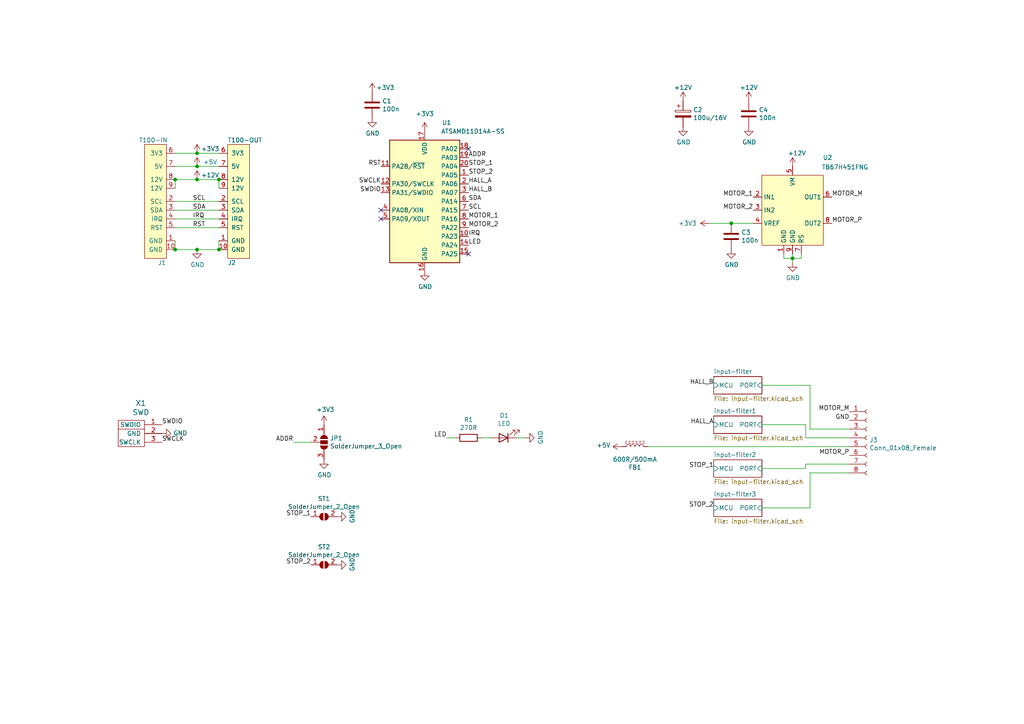
<source format=kicad_sch>
(kicad_sch (version 20211123) (generator eeschema)
  (paper "A4")
  (lib_symbols
    (symbol "Connector:Conn_01x08_Female" (pin_names (offset 1.016) hide)
      (property "Reference" "J" (at 0 10.16 0))
      (property "Value" "Conn_01x08_Female" (at 0 -12.7 0))
      (symbol "Conn_01x08_Female_1_1"
        (arc (start 0 -9.652) (mid -0.508 -10.16) (end 0 -10.668) (stroke (width 0.1524)))
        (arc (start 0 -7.112) (mid -0.508 -7.62) (end 0 -8.128) (stroke (width 0.1524)))
        (arc (start 0 -4.572) (mid -0.508 -5.08) (end 0 -5.588) (stroke (width 0.1524)))
        (arc (start 0 -2.032) (mid -0.508 -2.54) (end 0 -3.048) (stroke (width 0.1524)))
        (polyline (pts (xy -1.27 -10.16) (xy -0.508 -10.16)) (stroke (width 0.1524)))
        (polyline (pts (xy -1.27 -7.62) (xy -0.508 -7.62)) (stroke (width 0.1524)))
        (polyline (pts (xy -1.27 -5.08) (xy -0.508 -5.08)) (stroke (width 0.1524)))
        (polyline (pts (xy -1.27 -2.54) (xy -0.508 -2.54)) (stroke (width 0.1524)))
        (polyline (pts (xy -1.27 0) (xy -0.508 0)) (stroke (width 0.1524)))
        (polyline (pts (xy -1.27 2.54) (xy -0.508 2.54)) (stroke (width 0.1524)))
        (polyline (pts (xy -1.27 5.08) (xy -0.508 5.08)) (stroke (width 0.1524)))
        (polyline (pts (xy -1.27 7.62) (xy -0.508 7.62)) (stroke (width 0.1524)))
        (arc (start 0 0.508) (mid -0.508 0) (end 0 -0.508) (stroke (width 0.1524)))
        (arc (start 0 3.048) (mid -0.508 2.54) (end 0 2.032) (stroke (width 0.1524)))
        (arc (start 0 5.588) (mid -0.508 5.08) (end 0 4.572) (stroke (width 0.1524)))
        (arc (start 0 8.128) (mid -0.508 7.62) (end 0 7.112) (stroke (width 0.1524)))
        (pin passive line (at -5.08 7.62 0) (length 3.81) (name "Pin_1") (number "1"))
        (pin passive line (at -5.08 5.08 0) (length 3.81) (name "Pin_2") (number "2"))
        (pin passive line (at -5.08 2.54 0) (length 3.81) (name "Pin_3") (number "3"))
        (pin passive line (at -5.08 0 0) (length 3.81) (name "Pin_4") (number "4"))
        (pin passive line (at -5.08 -2.54 0) (length 3.81) (name "Pin_5") (number "5"))
        (pin passive line (at -5.08 -5.08 0) (length 3.81) (name "Pin_6") (number "6"))
        (pin passive line (at -5.08 -7.62 0) (length 3.81) (name "Pin_7") (number "7"))
        (pin passive line (at -5.08 -10.16 0) (length 3.81) (name "Pin_8") (number "8"))
      )
    )
    (symbol "Device:C" (pin_numbers hide) (pin_names (offset 0.254))
      (property "Reference" "C" (at 0.635 2.54 0))
      (property "Value" "C" (at 0.635 -2.54 0))
      (symbol "C_0_1"
        (polyline (pts (xy -2.032 -0.762) (xy 2.032 -0.762)) (stroke (width 0.508)))
        (polyline (pts (xy -2.032 0.762) (xy 2.032 0.762)) (stroke (width 0.508)))
      )
      (symbol "C_1_1"
        (pin passive line (at 0 3.81 270) (length 2.794) (name "~") (number "1"))
        (pin passive line (at 0 -3.81 90) (length 2.794) (name "~") (number "2"))
      )
    )
    (symbol "Device:C_Polarized" (pin_numbers hide) (pin_names (offset 0.254))
      (property "Reference" "C" (at 0.635 2.54 0))
      (property "Value" "C_Polarized" (at 0.635 -2.54 0))
      (symbol "C_Polarized_0_1"
        (rectangle (start -2.286 0.508) (end 2.286 1.016))
        (polyline (pts (xy -1.778 2.286) (xy -0.762 2.286)))
        (polyline (pts (xy -1.27 2.794) (xy -1.27 1.778)))
        (rectangle (start 2.286 -0.508) (end -2.286 -1.016) (fill (type outline)))
      )
      (symbol "C_Polarized_1_1"
        (pin passive line (at 0 3.81 270) (length 2.794) (name "~") (number "1"))
        (pin passive line (at 0 -3.81 90) (length 2.794) (name "~") (number "2"))
      )
    )
    (symbol "Device:LED" (pin_numbers hide) (pin_names (offset 1.016) hide)
      (property "Reference" "D" (at 0 2.54 0))
      (property "Value" "LED" (at 0 -2.54 0))
      (symbol "LED_0_1"
        (polyline (pts (xy -1.27 -1.27) (xy -1.27 1.27)) (stroke (width 0.254)))
        (polyline (pts (xy -1.27 0) (xy 1.27 0)))
        (polyline (pts (xy 1.27 -1.27) (xy 1.27 1.27) (xy -1.27 0) (xy 1.27 -1.27)) (stroke (width 0.254)))
        (polyline (pts (xy -3.048 -0.762) (xy -4.572 -2.286) (xy -3.81 -2.286) (xy -4.572 -2.286) (xy -4.572 -1.524)))
        (polyline (pts (xy -1.778 -0.762) (xy -3.302 -2.286) (xy -2.54 -2.286) (xy -3.302 -2.286) (xy -3.302 -1.524)))
      )
      (symbol "LED_1_1"
        (pin passive line (at -3.81 0 0) (length 2.54) (name "K") (number "1"))
        (pin passive line (at 3.81 0 180) (length 2.54) (name "A") (number "2"))
      )
    )
    (symbol "Device:L_Ferrite" (pin_numbers hide) (pin_names (offset 1.016) hide)
      (property "Reference" "L" (at -1.27 0 90))
      (property "Value" "L_Ferrite" (at 2.794 0 90))
      (symbol "L_Ferrite_0_1"
        (arc (start 0 -2.54) (mid 0.635 -1.905) (end 0 -1.27))
        (arc (start 0 -1.27) (mid 0.635 -0.635) (end 0 0))
        (polyline (pts (xy 1.016 -2.794) (xy 1.016 -2.286)))
        (polyline (pts (xy 1.016 -1.778) (xy 1.016 -1.27)))
        (polyline (pts (xy 1.016 -0.762) (xy 1.016 -0.254)))
        (polyline (pts (xy 1.016 0.254) (xy 1.016 0.762)))
        (polyline (pts (xy 1.016 1.27) (xy 1.016 1.778)))
        (polyline (pts (xy 1.016 2.286) (xy 1.016 2.794)))
        (polyline (pts (xy 1.524 -2.286) (xy 1.524 -2.794)))
        (polyline (pts (xy 1.524 -1.27) (xy 1.524 -1.778)))
        (polyline (pts (xy 1.524 -0.254) (xy 1.524 -0.762)))
        (polyline (pts (xy 1.524 0.762) (xy 1.524 0.254)))
        (polyline (pts (xy 1.524 1.778) (xy 1.524 1.27)))
        (polyline (pts (xy 1.524 2.794) (xy 1.524 2.286)))
        (arc (start 0 0) (mid 0.635 0.635) (end 0 1.27))
        (arc (start 0 1.27) (mid 0.635 1.905) (end 0 2.54))
      )
      (symbol "L_Ferrite_1_1"
        (pin passive line (at 0 3.81 270) (length 1.27) (name "1") (number "1"))
        (pin passive line (at 0 -3.81 90) (length 1.27) (name "2") (number "2"))
      )
    )
    (symbol "Device:R" (pin_numbers hide) (pin_names (offset 0))
      (property "Reference" "R" (at 2.032 0 90))
      (property "Value" "R" (at 0 0 90))
      (symbol "R_0_1"
        (rectangle (start -1.016 -2.54) (end 1.016 2.54) (stroke (width 0.254)))
      )
      (symbol "R_1_1"
        (pin passive line (at 0 3.81 270) (length 1.27) (name "~") (number "1"))
        (pin passive line (at 0 -3.81 90) (length 1.27) (name "~") (number "2"))
      )
    )
    (symbol "Drake:SWD" (pin_names (offset 1.016))
      (property "Reference" "X" (at 0 6.35 0))
      (property "Value" "SWD" (at 0 -6.35 0))
      (symbol "SWD_0_1"
        (polyline (pts (xy 3.81 1.27) (xy -3.81 1.27)))
        (rectangle (start 3.81 3.81) (end -3.81 -3.81))
      )
      (symbol "SWD_1_1"
        (pin bidirectional line (at 8.89 2.54 180) (length 5.08) (name "SWDIO") (number "1"))
        (pin power_in line (at 8.89 0 180) (length 5.08) (name "GND") (number "2"))
        (pin bidirectional line (at 8.89 -2.54 180) (length 5.08) (name "SWCLK") (number "3"))
      )
    )
    (symbol "Drake:T100-IN" (pin_names (offset 1.016))
      (property "Reference" "J" (at -3.81 -17.78 0))
      (property "Value" "T100-IN" (at -2.54 17.78 0))
      (symbol "T100-IN_0_0"
        (pin power_out line (at 2.54 -11.43 180) (length 2.54) (name "GND") (number "1"))
        (pin power_in line (at 2.54 -13.97 180) (length 2.54) (name "GND") (number "10"))
        (pin output line (at 2.54 0 180) (length 2.54) (name "SCL") (number "2"))
        (pin bidirectional line (at 2.54 -2.54 180) (length 2.54) (name "SDA") (number "3"))
        (pin bidirectional line (at 2.54 -5.08 180) (length 2.54) (name "IRQ") (number "4"))
        (pin bidirectional line (at 2.54 -7.62 180) (length 2.54) (name "RST") (number "5"))
        (pin power_out line (at 2.54 13.97 180) (length 2.54) (name "3V3") (number "6"))
        (pin power_out line (at 2.54 10.16 180) (length 2.54) (name "5V") (number "7"))
        (pin power_out line (at 2.54 6.35 180) (length 2.54) (name "12V") (number "8"))
        (pin power_in line (at 2.54 3.81 180) (length 2.54) (name "12V") (number "9"))
      )
      (symbol "T100-IN_0_1"
        (rectangle (start 0 16.51) (end -6.35 -16.51) (fill (type background)))
      )
    )
    (symbol "Drake:T100-OUT" (pin_names (offset 1.016))
      (property "Reference" "J" (at 1.27 -17.78 0))
      (property "Value" "T100-OUT" (at 3.81 17.78 0))
      (symbol "T100-OUT_0_0"
        (pin power_in line (at -2.54 -11.43 0) (length 2.54) (name "GND") (number "1"))
        (pin power_in line (at -2.54 -13.97 0) (length 2.54) (name "GND") (number "10"))
        (pin input line (at -2.54 0 0) (length 2.54) (name "SCL") (number "2"))
        (pin bidirectional line (at -2.54 -2.54 0) (length 2.54) (name "SDA") (number "3"))
        (pin bidirectional line (at -2.54 -5.08 0) (length 2.54) (name "IRQ") (number "4"))
        (pin bidirectional line (at -2.54 -7.62 0) (length 2.54) (name "RST") (number "5"))
        (pin power_in line (at -2.54 13.97 0) (length 2.54) (name "3V3") (number "6"))
        (pin power_in line (at -2.54 10.16 0) (length 2.54) (name "5V") (number "7"))
        (pin power_in line (at -2.54 6.35 0) (length 2.54) (name "12V") (number "8"))
        (pin power_in line (at -2.54 3.81 0) (length 2.54) (name "12V") (number "9"))
      )
      (symbol "T100-OUT_0_1"
        (rectangle (start 6.35 16.51) (end 0 -16.51) (fill (type background)))
      )
    )
    (symbol "Drake:TB67H451FNG"
      (property "Reference" "U" (at 3.81 15.24 0))
      (property "Value" "TB67H451FNG" (at 3.81 12.7 0))
      (symbol "TB67H451FNG_0_0"
        (pin power_in line (at -2.54 -12.7 90) (length 2.54) (name "GND") (number "1"))
        (pin input line (at -11.43 3.81 0) (length 2.54) (name "IN1") (number "2"))
        (pin input line (at -11.43 0 0) (length 2.54) (name "IN2") (number "3"))
        (pin input line (at -11.43 -3.81 0) (length 2.54) (name "VREF") (number "4"))
        (pin power_in line (at 0 12.7 270) (length 2.54) (name "VM") (number "5"))
        (pin output line (at 11.43 3.81 180) (length 2.54) (name "OUT1") (number "6"))
        (pin power_in line (at 2.54 -12.7 90) (length 2.54) (name "RS") (number "7"))
        (pin output line (at 11.43 -3.81 180) (length 2.54) (name "OUT2") (number "8"))
        (pin power_in line (at 0 -12.7 90) (length 2.54) (name "GND") (number "9"))
      )
      (symbol "TB67H451FNG_0_1"
        (rectangle (start -8.89 10.16) (end 8.89 -10.16) (stroke (width 0.1524)) (fill (type background)))
      )
    )
    (symbol "Jumper:SolderJumper_2_Open" (pin_names (offset 0) hide)
      (property "Reference" "JP" (at 0 2.032 0))
      (property "Value" "SolderJumper_2_Open" (at 0 -2.54 0))
      (symbol "SolderJumper_2_Open_0_1"
        (arc (start -0.254 1.016) (mid -1.27 0) (end -0.254 -1.016))
        (arc (start -0.254 1.016) (mid -1.27 0) (end -0.254 -1.016) (fill (type outline)))
        (polyline (pts (xy -0.254 1.016) (xy -0.254 -1.016)))
        (polyline (pts (xy 0.254 1.016) (xy 0.254 -1.016)))
        (arc (start 0.254 -1.016) (mid 1.27 0) (end 0.254 1.016))
        (arc (start 0.254 -1.016) (mid 1.27 0) (end 0.254 1.016) (fill (type outline)))
      )
      (symbol "SolderJumper_2_Open_1_1"
        (pin passive line (at -3.81 0 0) (length 2.54) (name "A") (number "1"))
        (pin passive line (at 3.81 0 180) (length 2.54) (name "B") (number "2"))
      )
    )
    (symbol "Jumper:SolderJumper_3_Open" (pin_names (offset 0) hide)
      (property "Reference" "JP" (at -2.54 -2.54 0))
      (property "Value" "SolderJumper_3_Open" (at 0 2.794 0))
      (symbol "SolderJumper_3_Open_0_1"
        (arc (start -1.016 1.016) (mid -2.032 0) (end -1.016 -1.016))
        (arc (start -1.016 1.016) (mid -2.032 0) (end -1.016 -1.016) (fill (type outline)))
        (rectangle (start -0.508 1.016) (end 0.508 -1.016) (fill (type outline)))
        (polyline (pts (xy -2.54 0) (xy -2.032 0)))
        (polyline (pts (xy -1.016 1.016) (xy -1.016 -1.016)))
        (polyline (pts (xy 0 -1.27) (xy 0 -1.016)))
        (polyline (pts (xy 1.016 1.016) (xy 1.016 -1.016)))
        (polyline (pts (xy 2.54 0) (xy 2.032 0)))
        (arc (start 1.016 -1.016) (mid 2.032 0) (end 1.016 1.016))
        (arc (start 1.016 -1.016) (mid 2.032 0) (end 1.016 1.016) (fill (type outline)))
      )
      (symbol "SolderJumper_3_Open_1_1"
        (pin passive line (at -5.08 0 0) (length 2.54) (name "A") (number "1"))
        (pin input line (at 0 -3.81 90) (length 2.54) (name "C") (number "2"))
        (pin passive line (at 5.08 0 180) (length 2.54) (name "B") (number "3"))
      )
    )
    (symbol "MCU_Microchip_SAMD:ATSAMD11D14A-SS"
      (property "Reference" "U" (at -10.16 19.05 0))
      (property "Value" "ATSAMD11D14A-SS" (at 1.27 19.05 0))
      (symbol "ATSAMD11D14A-SS_0_1"
        (rectangle (start -10.16 17.78) (end 10.16 -17.78) (stroke (width 0.254)) (fill (type background)))
      )
      (symbol "ATSAMD11D14A-SS_1_1"
        (pin bidirectional line (at 12.7 7.62 180) (length 2.54) (name "PA05") (number "1"))
        (pin bidirectional line (at 12.7 -10.16 180) (length 2.54) (name "PA23") (number "10"))
        (pin bidirectional line (at -12.7 10.16 0) (length 2.54) (name "PA28/~{RST}") (number "11"))
        (pin bidirectional line (at -12.7 5.08 0) (length 2.54) (name "PA30/SWCLK") (number "12"))
        (pin bidirectional line (at -12.7 2.54 0) (length 2.54) (name "PA31/SWDIO") (number "13"))
        (pin bidirectional line (at 12.7 -12.7 180) (length 2.54) (name "PA24") (number "14"))
        (pin bidirectional line (at 12.7 -15.24 180) (length 2.54) (name "PA25") (number "15"))
        (pin power_in line (at 0 -20.32 90) (length 2.54) (name "GND") (number "16"))
        (pin power_in line (at 0 20.32 270) (length 2.54) (name "VDD") (number "17"))
        (pin bidirectional line (at 12.7 15.24 180) (length 2.54) (name "PA02") (number "18"))
        (pin bidirectional line (at 12.7 12.7 180) (length 2.54) (name "PA03") (number "19"))
        (pin bidirectional line (at 12.7 5.08 180) (length 2.54) (name "PA06") (number "2"))
        (pin bidirectional line (at 12.7 10.16 180) (length 2.54) (name "PA04") (number "20"))
        (pin bidirectional line (at 12.7 2.54 180) (length 2.54) (name "PA07") (number "3"))
        (pin bidirectional line (at -12.7 -2.54 0) (length 2.54) (name "PA08/XIN") (number "4"))
        (pin bidirectional line (at -12.7 -5.08 0) (length 2.54) (name "PA09/XOUT") (number "5"))
        (pin bidirectional line (at 12.7 0 180) (length 2.54) (name "PA14") (number "6"))
        (pin bidirectional line (at 12.7 -2.54 180) (length 2.54) (name "PA15") (number "7"))
        (pin bidirectional line (at 12.7 -5.08 180) (length 2.54) (name "PA16") (number "8"))
        (pin bidirectional line (at 12.7 -7.62 180) (length 2.54) (name "PA22") (number "9"))
      )
    )
    (symbol "power:+12V" (power) (pin_names (offset 0))
      (property "Value" "+12V" (at 0 3.556 0))
      (symbol "+12V_0_1"
        (polyline (pts (xy -0.762 1.27) (xy 0 2.54)))
        (polyline (pts (xy 0 0) (xy 0 2.54)))
        (polyline (pts (xy 0 2.54) (xy 0.762 1.27)))
      )
      (symbol "+12V_1_1"
        (pin power_in line (at 0 0 90) (length 0) hide (name "+12V") (number "1"))
      )
    )
    (symbol "power:+3V3" (power) (pin_names (offset 0))
      (property "Value" "+3V3" (at 0 3.556 0))
      (symbol "+3V3_0_1"
        (polyline (pts (xy -0.762 1.27) (xy 0 2.54)))
        (polyline (pts (xy 0 0) (xy 0 2.54)))
        (polyline (pts (xy 0 2.54) (xy 0.762 1.27)))
      )
      (symbol "+3V3_1_1"
        (pin power_in line (at 0 0 90) (length 0) hide (name "+3V3") (number "1"))
      )
    )
    (symbol "power:+5V" (power) (pin_names (offset 0))
      (property "Value" "+5V" (at 0 3.556 0))
      (symbol "+5V_0_1"
        (polyline (pts (xy -0.762 1.27) (xy 0 2.54)))
        (polyline (pts (xy 0 0) (xy 0 2.54)))
        (polyline (pts (xy 0 2.54) (xy 0.762 1.27)))
      )
      (symbol "+5V_1_1"
        (pin power_in line (at 0 0 90) (length 0) hide (name "+5V") (number "1"))
      )
    )
    (symbol "power:GND" (power) (pin_names (offset 0))
      (property "Value" "GND" (at 0 -3.81 0))
      (symbol "GND_0_1"
        (polyline (pts (xy 0 0) (xy 0 -1.27) (xy 1.27 -1.27) (xy 0 -2.54) (xy -1.27 -1.27) (xy 0 -1.27)))
      )
      (symbol "GND_1_1"
        (pin power_in line (at 0 0 270) (length 0) hide (name "GND") (number "1"))
      )
    )
  )
  (junction (at 63.5 72.39))
  (junction (at 57.15 72.39))
  (junction (at 50.8 52.07))
  (junction (at 212.09 64.77))
  (junction (at 57.15 44.45))
  (junction (at 57.15 52.07))
  (junction (at 57.15 48.26))
  (junction (at 50.8 72.39))
  (junction (at 63.5 52.07))
  (junction (at 229.87 74.93))
  (no_connect (at 110.49 60.96))
  (no_connect (at 135.89 73.66))
  (no_connect (at 110.49 63.5))
  (no_connect (at 135.89 43.18))
  (wire (pts (xy 132.08 127) (xy 129.54 127)))
  (wire (pts (xy 139.7 127) (xy 142.24 127)))
  (wire (pts (xy 234.95 137.16) (xy 246.38 137.16)))
  (wire (pts (xy 90.17 128.27) (xy 85.09 128.27)))
  (wire (pts (xy 149.86 127) (xy 152.4 127)))
  (wire (pts (xy 50.8 63.5) (xy 63.5 63.5)))
  (wire (pts (xy 63.5 69.85) (xy 63.5 72.39)))
  (wire (pts (xy 220.98 135.89) (xy 233.68 135.89)))
  (wire (pts (xy 205.74 64.77) (xy 212.09 64.77)))
  (wire (pts (xy 246.38 127) (xy 233.68 127)))
  (wire (pts (xy 50.8 52.07) (xy 57.15 52.07)))
  (wire (pts (xy 220.98 111.76) (xy 234.95 111.76)))
  (wire (pts (xy 233.68 123.19) (xy 220.98 123.19)))
  (wire (pts (xy 57.15 52.07) (xy 63.5 52.07)))
  (wire (pts (xy 229.87 73.66) (xy 229.87 74.93)))
  (wire (pts (xy 50.8 44.45) (xy 57.15 44.45)))
  (wire (pts (xy 50.8 66.04) (xy 63.5 66.04)))
  (wire (pts (xy 220.98 147.32) (xy 234.95 147.32)))
  (wire (pts (xy 212.09 64.77) (xy 218.44 64.77)))
  (wire (pts (xy 50.8 69.85) (xy 50.8 72.39)))
  (wire (pts (xy 234.95 124.46) (xy 246.38 124.46)))
  (wire (pts (xy 57.15 44.45) (xy 63.5 44.45)))
  (wire (pts (xy 187.96 129.54) (xy 246.38 129.54)))
  (wire (pts (xy 232.41 73.66) (xy 232.41 74.93)))
  (wire (pts (xy 232.41 74.93) (xy 229.87 74.93)))
  (wire (pts (xy 234.95 147.32) (xy 234.95 137.16)))
  (wire (pts (xy 50.8 60.96) (xy 63.5 60.96)))
  (wire (pts (xy 57.15 48.26) (xy 63.5 48.26)))
  (wire (pts (xy 233.68 134.62) (xy 246.38 134.62)))
  (wire (pts (xy 234.95 111.76) (xy 234.95 124.46)))
  (wire (pts (xy 50.8 48.26) (xy 57.15 48.26)))
  (wire (pts (xy 50.8 54.61) (xy 50.8 52.07)))
  (wire (pts (xy 50.8 58.42) (xy 63.5 58.42)))
  (wire (pts (xy 233.68 135.89) (xy 233.68 134.62)))
  (wire (pts (xy 227.33 73.66) (xy 227.33 74.93)))
  (wire (pts (xy 227.33 74.93) (xy 229.87 74.93)))
  (wire (pts (xy 229.87 74.93) (xy 229.87 76.2)))
  (wire (pts (xy 233.68 127) (xy 233.68 123.19)))
  (wire (pts (xy 50.8 72.39) (xy 57.15 72.39)))
  (wire (pts (xy 63.5 54.61) (xy 63.5 52.07)))
  (wire (pts (xy 57.15 72.39) (xy 63.5 72.39)))
  (label "MOTOR_P" (at 246.38 132.08 180))
  (label "STOP_2" (at 135.89 50.8 0))
  (label "MOTOR_1" (at 135.89 63.5 0))
  (label "MOTOR_1" (at 218.44 57.15 180))
  (label "HALL_A" (at 207.01 123.19 180))
  (label "MOTOR_M" (at 241.3 57.15 0))
  (label "LED" (at 135.89 71.12 0))
  (label "MOTOR_M" (at 246.38 119.38 180))
  (label "LED" (at 129.54 127 180))
  (label "IRQ" (at 55.88 63.5 0))
  (label "HALL_A" (at 135.89 53.34 0))
  (label "MOTOR_2" (at 135.89 66.04 0))
  (label "ADDR" (at 85.09 128.27 180))
  (label "SDA" (at 135.89 58.42 0))
  (label "SCL" (at 135.89 60.96 0))
  (label "STOP_1" (at 135.89 48.26 0))
  (label "STOP_1" (at 90.17 149.86 180))
  (label "MOTOR_2" (at 218.44 60.96 180))
  (label "ADDR" (at 135.89 45.72 0))
  (label "STOP_1" (at 207.01 135.89 180))
  (label "SWDIO" (at 46.99 123.19 0))
  (label "STOP_2" (at 90.17 163.83 180))
  (label "IRQ" (at 135.89 68.58 0))
  (label "HALL_B" (at 135.89 55.88 0))
  (label "RST" (at 110.49 48.26 180))
  (label "SCL" (at 55.88 58.42 0))
  (label "SWCLK" (at 46.99 128.27 0))
  (label "HALL_B" (at 207.01 111.76 180))
  (label "SWCLK" (at 110.49 53.34 180))
  (label "STOP_2" (at 207.01 147.32 180))
  (label "GND" (at 246.38 121.92 180))
  (label "MOTOR_P" (at 241.3 64.77 0))
  (label "SDA" (at 55.88 60.96 0))
  (label "SWDIO" (at 110.49 55.88 180))
  (label "RST" (at 55.88 66.04 0))
  (symbol (lib_id "Drake:T100-IN") (at 48.26 58.42 0) (unit 1)
    (property "Reference" "J1" (at 46.99 76.2 0))
    (property "Value" "T100-IN" (at 44.45 40.64 0))
    (property "Footprint" "Connector_PinHeader_2.54mm:PinHeader_1x10_P2.54mm_Horizontal" (effects hide))
  )
  (symbol (lib_id "Drake:T100-OUT") (at 66.04 58.42 0) (unit 1)
    (property "Reference" "J2" (at 66.04 76.2 0) (effects (justify left)))
    (property "Value" "T100-OUT" (at 66.04 40.64 0) (effects (justify left)))
    (property "Footprint" "Connector_PinSocket_2.54mm:PinSocket_1x10_P2.54mm_Horizontal" (effects hide))
  )
  (symbol (lib_id "power:GND") (at 57.15 72.39 0) (unit 1)
    (property "Reference" "#PWR05" (effects hide))
    (property "Value" "GND" (at 57.277 76.7842 0))
  )
  (symbol (lib_id "power:+3V3") (at 57.15 44.45 0) (unit 1)
    (property "Reference" "#PWR02" (effects hide))
    (property "Value" "+3V3" (at 60.96 43.18 0))
  )
  (symbol (lib_id "power:+5V") (at 57.15 48.26 0) (unit 1)
    (property "Reference" "#PWR03" (effects hide))
    (property "Value" "+5V" (at 60.96 46.99 0))
  )
  (symbol (lib_id "power:+12V") (at 57.15 52.07 0) (unit 1)
    (property "Reference" "#PWR04" (effects hide))
    (property "Value" "+12V" (at 60.96 50.8 0))
  )
  (symbol (lib_id "power:GND") (at 229.87 76.2 0) (unit 1)
    (property "Reference" "#PWR023" (effects hide))
    (property "Value" "GND" (at 229.997 80.5942 0))
  )
  (symbol (lib_id "power:+12V") (at 229.87 48.26 0) (unit 1)
    (property "Reference" "#PWR022" (effects hide))
    (property "Value" "+12V" (at 231.14 44.45 0))
  )
  (symbol (lib_id "Drake:SWD") (at 38.1 125.73 0) (unit 1)
    (property "Reference" "X1" (at 40.8432 116.9162 0) (effects (font (size 1.524 1.524))))
    (property "Value" "SWD" (at 40.8432 119.6086 0) (effects (font (size 1.524 1.524))))
    (property "Footprint" "drake:SWD" (effects hide))
  )
  (symbol (lib_id "Connector:Conn_01x08_Female") (at 251.46 127 0) (unit 1)
    (property "Reference" "J3" (at 252.1712 127.6096 0) (effects (justify left)))
    (property "Value" "Conn_01x08_Female" (at 252.1712 129.921 0) (effects (justify left)))
    (property "Footprint" "Drake:DG235-3.81-08P" (effects hide))
  )
  (symbol (lib_id "power:GND") (at 93.98 133.35 0) (unit 1)
    (property "Reference" "#PWR07" (effects hide))
    (property "Value" "GND" (at 94.107 137.7442 0))
  )
  (symbol (lib_id "MCU_Microchip_SAMD:ATSAMD11D14A-SS") (at 123.19 58.42 0) (unit 1)
    (property "Reference" "U1" (at 129.54 35.56 0))
    (property "Value" "ATSAMD11D14A-SS" (at 137.16 38.1 0))
    (property "Footprint" "Package_SO:SOIC-20W_7.5x12.8mm_P1.27mm" (effects hide))
    (property "Datasheet" "http://ww1.microchip.com/downloads/en/DeviceDoc/Atmel-42363-SAM-D11_Datasheet.pdf" (effects hide))
  )
  (symbol (lib_id "power:GND") (at 46.99 125.73 90) (unit 1)
    (property "Reference" "#PWR01" (effects hide))
    (property "Value" "GND" (at 50.2412 125.603 90) (effects (justify right)))
  )
  (symbol (lib_id "Device:C_Polarized") (at 198.12 33.02 0) (unit 1)
    (property "Reference" "C2" (at 201.041 31.8516 0) (effects (justify left)))
    (property "Value" "100u/16V" (at 201.041 34.163 0) (effects (justify left)))
    (property "Footprint" "Capacitor_SMD:CP_Elec_6.3x5.4" (effects hide))
  )
  (symbol (lib_id "power:GND") (at 198.12 36.83 0) (unit 1)
    (property "Reference" "#PWR017" (effects hide))
    (property "Value" "GND" (at 198.247 41.2242 0))
  )
  (symbol (lib_id "power:+12V") (at 198.12 29.21 0) (unit 1)
    (property "Reference" "#PWR016" (effects hide))
    (property "Value" "+12V" (at 198.12 25.4 0))
  )
  (symbol (lib_id "Device:C") (at 107.95 30.48 0) (unit 1)
    (property "Reference" "C1" (at 110.871 29.3116 0) (effects (justify left)))
    (property "Value" "100n" (at 110.871 31.623 0) (effects (justify left)))
    (property "Footprint" "Capacitor_SMD:C_0805_2012Metric_Pad1.18x1.45mm_HandSolder" (effects hide))
  )
  (symbol (lib_id "power:GND") (at 107.95 34.29 0) (unit 1)
    (property "Reference" "#PWR011" (effects hide))
    (property "Value" "GND" (at 108.077 38.6842 0))
  )
  (symbol (lib_id "power:+3V3") (at 107.95 26.67 0) (unit 1)
    (property "Reference" "#PWR010" (effects hide))
    (property "Value" "+3V3" (at 111.76 25.4 0))
  )
  (symbol (lib_id "power:+3V3") (at 123.19 38.1 0) (unit 1)
    (property "Reference" "#PWR012" (effects hide))
    (property "Value" "+3V3" (at 123.19 33.02 0))
  )
  (symbol (lib_id "power:GND") (at 123.19 78.74 0) (unit 1)
    (property "Reference" "#PWR013" (effects hide))
    (property "Value" "GND" (at 123.317 83.1342 0))
  )
  (symbol (lib_id "Device:R") (at 135.89 127 270) (unit 1)
    (property "Reference" "R1" (at 135.89 121.7422 90))
    (property "Value" "270R" (at 135.89 124.0536 90))
    (property "Footprint" "Resistor_SMD:R_0805_2012Metric_Pad1.20x1.40mm_HandSolder" (effects hide))
  )
  (symbol (lib_id "Device:LED") (at 146.05 127 180) (unit 1)
    (property "Reference" "D1" (at 146.2278 120.523 0))
    (property "Value" "LED" (at 146.2278 122.8344 0))
    (property "Footprint" "LED_SMD:LED_0805_2012Metric_Pad1.15x1.40mm_HandSolder" (effects hide))
  )
  (symbol (lib_id "power:GND") (at 152.4 127 90) (unit 1)
    (property "Reference" "#PWR014" (effects hide))
    (property "Value" "GND" (at 156.7942 126.873 0))
  )
  (symbol (lib_id "power:+3V3") (at 93.98 123.19 0) (unit 1)
    (property "Reference" "#PWR06" (effects hide))
    (property "Value" "+3V3" (at 94.361 118.7958 0))
  )
  (symbol (lib_id "power:+5V") (at 180.34 129.54 90) (unit 1)
    (property "Reference" "#PWR015" (effects hide))
    (property "Value" "+5V" (at 177.0888 129.159 90) (effects (justify left)))
  )
  (symbol (lib_id "Device:L_Ferrite") (at 184.15 129.54 270) (mirror x) (unit 1)
    (property "Reference" "FB1" (at 184.15 135.5598 90))
    (property "Value" "600R/500mA" (at 184.15 133.2484 90))
    (property "Footprint" "Inductor_SMD:L_0805_2012Metric_Pad1.15x1.40mm_HandSolder" (effects hide))
  )
  (symbol (lib_id "Jumper:SolderJumper_3_Open") (at 93.98 128.27 270) (unit 1)
    (property "Reference" "JP1" (at 95.7072 127.1016 90) (effects (justify left)))
    (property "Value" "SolderJumper_3_Open" (at 95.7072 129.413 90) (effects (justify left)))
    (property "Footprint" "Jumper:SolderJumper-3_P2.0mm_Open_TrianglePad1.0x1.5mm" (effects hide))
  )
  (symbol (lib_id "Jumper:SolderJumper_2_Open") (at 93.98 149.86 0) (unit 1)
    (property "Reference" "ST1" (at 93.98 144.653 0))
    (property "Value" "SolderJumper_2_Open" (at 93.98 146.9644 0))
    (property "Footprint" "Jumper:SolderJumper-2_P1.3mm_Open_TrianglePad1.0x1.5mm" (effects hide))
  )
  (symbol (lib_id "Jumper:SolderJumper_2_Open") (at 93.98 163.83 0) (unit 1)
    (property "Reference" "ST2" (at 93.98 158.623 0))
    (property "Value" "SolderJumper_2_Open" (at 93.98 160.9344 0))
    (property "Footprint" "Jumper:SolderJumper-2_P1.3mm_Open_TrianglePad1.0x1.5mm" (effects hide))
  )
  (symbol (lib_id "power:GND") (at 97.79 149.86 90) (unit 1)
    (property "Reference" "#PWR08" (effects hide))
    (property "Value" "GND" (at 102.1842 149.733 0))
  )
  (symbol (lib_id "power:GND") (at 97.79 163.83 90) (unit 1)
    (property "Reference" "#PWR09" (effects hide))
    (property "Value" "GND" (at 102.1842 163.703 0))
  )
  (symbol (lib_id "Device:C") (at 217.17 33.02 0) (unit 1)
    (property "Reference" "C4" (at 220.091 31.8516 0) (effects (justify left)))
    (property "Value" "100n" (at 220.091 34.163 0) (effects (justify left)))
    (property "Footprint" "Capacitor_SMD:C_0805_2012Metric_Pad1.18x1.45mm_HandSolder" (effects hide))
  )
  (symbol (lib_id "power:+3V3") (at 205.74 64.77 90) (unit 1)
    (property "Reference" "#PWR018" (effects hide))
    (property "Value" "+3V3" (at 199.39 64.77 90))
  )
  (symbol (lib_id "Drake:TB67H451FNG") (at 229.87 60.96 0) (unit 1)
    (property "Reference" "U2" (at 240.03 45.6904 0))
    (property "Value" "TB67H451FNG" (at 245.11 48.4655 0))
    (property "Footprint" "Package_SO:HSOP-8-1EP_3.9x4.9mm_P1.27mm_EP2.41x3.1mm" (effects hide))
    (property "Datasheet" "https://toshiba.semicon-storage.com/info/docget.jsp?did=68598&prodName=TB67H451FNG" (effects hide))
  )
  (symbol (lib_id "power:GND") (at 217.17 36.83 0) (unit 1)
    (property "Reference" "#PWR021" (effects hide))
    (property "Value" "GND" (at 217.297 41.2242 0))
  )
  (symbol (lib_id "power:+12V") (at 217.17 29.21 0) (unit 1)
    (property "Reference" "#PWR020" (effects hide))
    (property "Value" "+12V" (at 217.17 25.4 0))
  )
  (symbol (lib_id "power:GND") (at 212.09 72.39 0) (unit 1)
    (property "Reference" "#PWR019" (effects hide))
    (property "Value" "GND" (at 212.217 76.7842 0))
  )
  (symbol (lib_id "Device:C") (at 212.09 68.58 0) (unit 1)
    (property "Reference" "C3" (at 215.011 67.4116 0) (effects (justify left)))
    (property "Value" "100n" (at 215.011 69.723 0) (effects (justify left)))
    (property "Footprint" "Capacitor_SMD:C_0805_2012Metric_Pad1.18x1.45mm_HandSolder" (effects hide))
  )
  (sheet (at 207.01 144.78) (size 13.97 5.08) (stroke (width 0.1524))
    (property "Sheet name" "input-filter3" (at 207.01 144.0684 0) (effects (justify left bottom)))
    (property "Sheet file" "input-filter.kicad_sch" (at 207.01 150.4446 0) (effects (justify left top)))
    (pin "PORT" input (at 220.98 147.32 0))
    (pin "MCU" input (at 207.01 147.32 180))
  )
  (sheet (at 207.01 133.35) (size 13.97 5.08) (stroke (width 0.1524))
    (property "Sheet name" "input-filter2" (at 207.01 132.6384 0) (effects (justify left bottom)))
    (property "Sheet file" "input-filter.kicad_sch" (at 207.01 139.0146 0) (effects (justify left top)))
    (pin "PORT" input (at 220.98 135.89 0))
    (pin "MCU" input (at 207.01 135.89 180))
  )
  (sheet (at 207.01 120.65) (size 13.97 5.08) (stroke (width 0.1524))
    (property "Sheet name" "input-filter1" (at 207.01 119.9384 0) (effects (justify left bottom)))
    (property "Sheet file" "input-filter.kicad_sch" (at 207.01 126.3146 0) (effects (justify left top)))
    (pin "PORT" input (at 220.98 123.19 0))
    (pin "MCU" input (at 207.01 123.19 180))
  )
  (sheet (at 207.01 109.22) (size 13.97 5.08) (stroke (width 0.1524))
    (property "Sheet name" "input-filter" (at 207.01 108.5084 0) (effects (justify left bottom)))
    (property "Sheet file" "input-filter.kicad_sch" (at 207.01 114.8846 0) (effects (justify left top)))
    (pin "PORT" input (at 220.98 111.76 0))
    (pin "MCU" input (at 207.01 111.76 180))
  )
)
</source>
